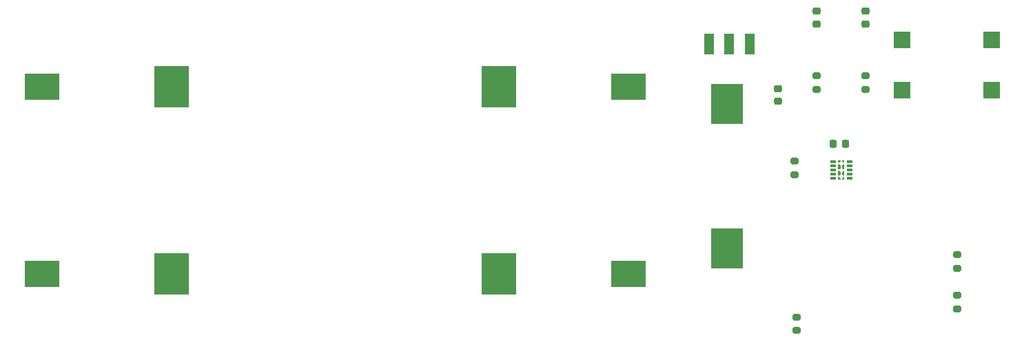
<source format=gbr>
%TF.GenerationSoftware,KiCad,Pcbnew,8.0.5*%
%TF.CreationDate,2024-11-12T19:59:19-08:00*%
%TF.ProjectId,newbatt,6e657762-6174-4742-9e6b-696361645f70,3*%
%TF.SameCoordinates,Original*%
%TF.FileFunction,Paste,Top*%
%TF.FilePolarity,Positive*%
%FSLAX46Y46*%
G04 Gerber Fmt 4.6, Leading zero omitted, Abs format (unit mm)*
G04 Created by KiCad (PCBNEW 8.0.5) date 2024-11-12 19:59:19*
%MOMM*%
%LPD*%
G01*
G04 APERTURE LIST*
G04 Aperture macros list*
%AMRoundRect*
0 Rectangle with rounded corners*
0 $1 Rounding radius*
0 $2 $3 $4 $5 $6 $7 $8 $9 X,Y pos of 4 corners*
0 Add a 4 corners polygon primitive as box body*
4,1,4,$2,$3,$4,$5,$6,$7,$8,$9,$2,$3,0*
0 Add four circle primitives for the rounded corners*
1,1,$1+$1,$2,$3*
1,1,$1+$1,$4,$5*
1,1,$1+$1,$6,$7*
1,1,$1+$1,$8,$9*
0 Add four rect primitives between the rounded corners*
20,1,$1+$1,$2,$3,$4,$5,0*
20,1,$1+$1,$4,$5,$6,$7,0*
20,1,$1+$1,$6,$7,$8,$9,0*
20,1,$1+$1,$8,$9,$2,$3,0*%
G04 Aperture macros list end*
%ADD10C,0.000000*%
%ADD11R,4.000000X5.000000*%
%ADD12R,1.200000X2.500000*%
%ADD13RoundRect,0.200000X0.275000X-0.200000X0.275000X0.200000X-0.275000X0.200000X-0.275000X-0.200000X0*%
%ADD14R,4.300000X3.300000*%
%ADD15R,4.300000X5.200000*%
%ADD16RoundRect,0.225000X-0.250000X0.225000X-0.250000X-0.225000X0.250000X-0.225000X0.250000X0.225000X0*%
%ADD17RoundRect,0.225000X-0.225000X-0.250000X0.225000X-0.250000X0.225000X0.250000X-0.225000X0.250000X0*%
%ADD18RoundRect,0.200000X-0.275000X0.200000X-0.275000X-0.200000X0.275000X-0.200000X0.275000X0.200000X0*%
%ADD19RoundRect,0.218750X-0.256250X0.218750X-0.256250X-0.218750X0.256250X-0.218750X0.256250X0.218750X0*%
%ADD20R,2.000000X2.000000*%
%ADD21R,0.660400X0.304800*%
G04 APERTURE END LIST*
D10*
%TO.C,U1*%
G36*
X125650000Y-35183779D02*
G01*
X125508579Y-35325200D01*
X125355030Y-35325200D01*
X125355030Y-35030230D01*
X125650000Y-35030230D01*
X125650000Y-35183779D01*
G37*
G36*
X125650000Y-37241421D02*
G01*
X125650000Y-37394970D01*
X125355030Y-37394970D01*
X125355030Y-37100000D01*
X125508579Y-37100000D01*
X125650000Y-37241421D01*
G37*
G36*
X126144970Y-35325200D02*
G01*
X125991421Y-35325200D01*
X125850000Y-35183779D01*
X125850000Y-35030230D01*
X126144970Y-35030230D01*
X126144970Y-35325200D01*
G37*
G36*
X126144970Y-37394970D02*
G01*
X125850000Y-37394970D01*
X125850000Y-37241421D01*
X125991421Y-37100000D01*
X126144970Y-37100000D01*
X126144970Y-37394970D01*
G37*
G36*
X125650000Y-35666621D02*
G01*
X125650000Y-35971179D01*
X125508579Y-36112600D01*
X125355030Y-36112600D01*
X125355030Y-35525200D01*
X125508579Y-35525200D01*
X125650000Y-35666621D01*
G37*
G36*
X125650000Y-36454021D02*
G01*
X125650000Y-36758579D01*
X125508579Y-36900000D01*
X125355030Y-36900000D01*
X125355030Y-36312600D01*
X125508579Y-36312600D01*
X125650000Y-36454021D01*
G37*
G36*
X126144970Y-36112600D02*
G01*
X125991421Y-36112600D01*
X125850000Y-35971179D01*
X125850000Y-35666621D01*
X125991421Y-35525200D01*
X126144970Y-35525200D01*
X126144970Y-36112600D01*
G37*
G36*
X126144970Y-36900000D02*
G01*
X125991421Y-36900000D01*
X125850000Y-36758579D01*
X125850000Y-36454021D01*
X125991421Y-36312600D01*
X126144970Y-36312600D01*
X126144970Y-36900000D01*
G37*
%TD*%
D11*
%TO.C,F1*%
X111750000Y-45850000D03*
X111750000Y-28150000D03*
%TD*%
D12*
%TO.C,S1*%
X114500000Y-20750000D03*
X112000000Y-20750000D03*
X109500000Y-20750000D03*
%TD*%
D13*
%TO.C,R2*%
X128750000Y-26325000D03*
X128750000Y-24675000D03*
%TD*%
D14*
%TO.C,BT2*%
X99635000Y-26000000D03*
D15*
X83685000Y-26000000D03*
X43485000Y-26000000D03*
D14*
X27535000Y-26000000D03*
%TD*%
%TO.C,BT1*%
X99635000Y-49000000D03*
D15*
X83685000Y-49000000D03*
X43485000Y-49000000D03*
D14*
X27535000Y-49000000D03*
%TD*%
D16*
%TO.C,C2*%
X118000000Y-26250000D03*
X118000000Y-27800000D03*
%TD*%
D17*
%TO.C,C1*%
X124725000Y-33000000D03*
X126275000Y-33000000D03*
%TD*%
D18*
%TO.C,R1*%
X120000000Y-35175000D03*
X120000000Y-36825000D03*
%TD*%
D19*
%TO.C,D2*%
X122750000Y-16712500D03*
X122750000Y-18287500D03*
%TD*%
D18*
%TO.C,RT1*%
X120250000Y-54350000D03*
X120250000Y-56000000D03*
%TD*%
D20*
%TO.C,J1*%
X144250000Y-26450000D03*
X144250000Y-20250000D03*
X133250000Y-20250000D03*
X133250000Y-26450000D03*
%TD*%
D21*
%TO.C,U1*%
X124721300Y-35212599D03*
X124721300Y-35712601D03*
X124721300Y-36212600D03*
X124721300Y-36712599D03*
X124721300Y-37212601D03*
X126778700Y-37212601D03*
X126778700Y-36712599D03*
X126778700Y-36212600D03*
X126778700Y-35712601D03*
X126778700Y-35212599D03*
%TD*%
D13*
%TO.C,R3*%
X122750000Y-26325000D03*
X122750000Y-24675000D03*
%TD*%
D19*
%TO.C,D1*%
X128750000Y-16712500D03*
X128750000Y-18287500D03*
%TD*%
D18*
%TO.C,R4*%
X140000000Y-46675000D03*
X140000000Y-48325000D03*
%TD*%
%TO.C,R5*%
X140000000Y-51675000D03*
X140000000Y-53325000D03*
%TD*%
M02*

</source>
